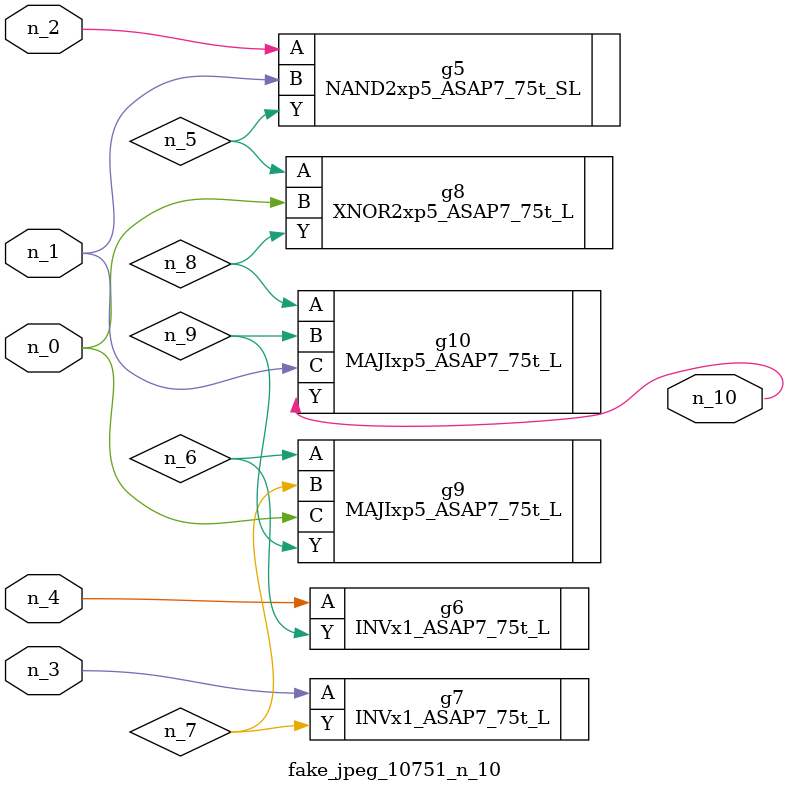
<source format=v>
module fake_jpeg_10751_n_10 (n_3, n_2, n_1, n_0, n_4, n_10);

input n_3;
input n_2;
input n_1;
input n_0;
input n_4;

output n_10;

wire n_8;
wire n_9;
wire n_6;
wire n_5;
wire n_7;

NAND2xp5_ASAP7_75t_SL g5 ( 
.A(n_2),
.B(n_1),
.Y(n_5)
);

INVx1_ASAP7_75t_L g6 ( 
.A(n_4),
.Y(n_6)
);

INVx1_ASAP7_75t_L g7 ( 
.A(n_3),
.Y(n_7)
);

XNOR2xp5_ASAP7_75t_L g8 ( 
.A(n_5),
.B(n_0),
.Y(n_8)
);

MAJIxp5_ASAP7_75t_L g10 ( 
.A(n_8),
.B(n_9),
.C(n_1),
.Y(n_10)
);

MAJIxp5_ASAP7_75t_L g9 ( 
.A(n_6),
.B(n_7),
.C(n_0),
.Y(n_9)
);


endmodule
</source>
